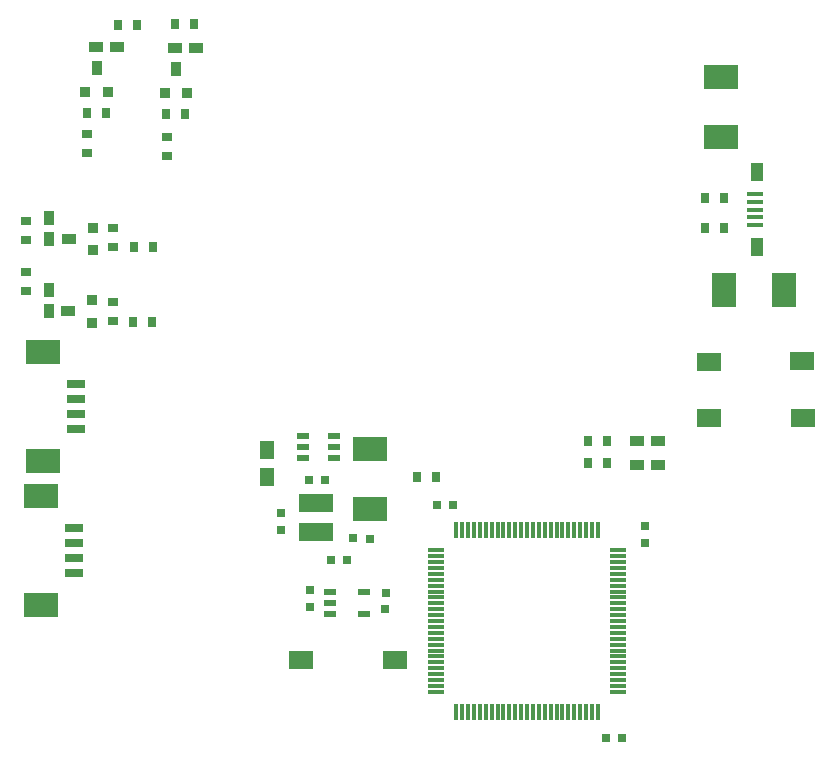
<source format=gtp>
G04*
G04 #@! TF.GenerationSoftware,Altium Limited,Altium Designer,20.0.13 (296)*
G04*
G04 Layer_Color=8421504*
%FSLAX44Y44*%
%MOMM*%
G71*
G01*
G75*
%ADD35R,0.8000X0.9650*%
%ADD36R,1.2700X0.9144*%
%ADD37R,0.9144X0.9144*%
%ADD38R,0.9650X0.8000*%
%ADD39R,0.7620X0.7620*%
%ADD40R,1.4750X0.3000*%
%ADD41R,0.3000X1.4750*%
%ADD42R,1.4000X0.4000*%
%ADD43R,1.0000X1.5000*%
%ADD44R,2.0000X3.0000*%
%ADD45R,2.0000X1.5000*%
%ADD46R,1.2700X0.8890*%
%ADD47R,0.7620X0.7620*%
%ADD48R,1.0500X0.6000*%
%ADD49R,3.0000X1.5000*%
%ADD50R,3.0000X2.0000*%
%ADD51R,1.2700X1.5240*%
%ADD52R,0.9144X1.2700*%
%ADD53R,0.9144X0.9144*%
%ADD54R,0.8890X1.2700*%
%ADD55R,1.6000X0.8000*%
%ADD56R,3.0000X2.0000*%
D35*
X84330Y404368D02*
D03*
X100330D02*
D03*
X584200Y483870D02*
D03*
X568200D02*
D03*
X469520Y303960D02*
D03*
X485520D02*
D03*
X469520Y285050D02*
D03*
X485520D02*
D03*
X135888Y656590D02*
D03*
X119888D02*
D03*
X71260Y655800D02*
D03*
X87260D02*
D03*
X112010Y580800D02*
D03*
X128010D02*
D03*
X44958Y581660D02*
D03*
X60958D02*
D03*
X325010Y273050D02*
D03*
X341010D02*
D03*
X101090Y467868D02*
D03*
X85090D02*
D03*
X568200Y509270D02*
D03*
X584200D02*
D03*
D36*
X29210Y413258D02*
D03*
X30301Y474878D02*
D03*
D37*
X49530Y422656D02*
D03*
Y403606D02*
D03*
X50621Y465226D02*
D03*
Y484276D02*
D03*
D38*
X-6740Y430550D02*
D03*
Y446550D02*
D03*
X113010Y560800D02*
D03*
Y544800D02*
D03*
X44958Y563370D02*
D03*
X44958Y547370D02*
D03*
X-6350Y473458D02*
D03*
Y489458D02*
D03*
X67310Y483868D02*
D03*
Y467868D02*
D03*
Y420878D02*
D03*
Y404878D02*
D03*
D39*
X246980Y270546D02*
D03*
X233010Y270800D02*
D03*
X341510Y249550D02*
D03*
X355480Y249296D02*
D03*
X498480Y51796D02*
D03*
X484510Y52050D02*
D03*
X284480Y220980D02*
D03*
X270510Y221234D02*
D03*
X265430Y202946D02*
D03*
X251460Y203200D02*
D03*
D40*
X495210Y181130D02*
D03*
Y171130D02*
D03*
Y176130D02*
D03*
X495210Y186130D02*
D03*
X495210Y211130D02*
D03*
Y206130D02*
D03*
Y201130D02*
D03*
Y196130D02*
D03*
Y191130D02*
D03*
Y166130D02*
D03*
Y161130D02*
D03*
X495210Y156130D02*
D03*
Y151130D02*
D03*
Y146130D02*
D03*
X495210Y141130D02*
D03*
Y136130D02*
D03*
Y131130D02*
D03*
Y126130D02*
D03*
Y121130D02*
D03*
X495210Y116130D02*
D03*
X495210Y111130D02*
D03*
Y106130D02*
D03*
Y101130D02*
D03*
Y96130D02*
D03*
Y91130D02*
D03*
X340450D02*
D03*
Y96130D02*
D03*
Y101130D02*
D03*
Y106130D02*
D03*
Y111130D02*
D03*
X340450Y116130D02*
D03*
X340450Y121130D02*
D03*
Y126130D02*
D03*
Y131130D02*
D03*
Y136130D02*
D03*
Y141130D02*
D03*
X340450Y146130D02*
D03*
Y151130D02*
D03*
Y156130D02*
D03*
X340450Y161130D02*
D03*
Y166130D02*
D03*
Y171130D02*
D03*
Y176130D02*
D03*
Y181130D02*
D03*
X340450Y186130D02*
D03*
X340450Y191130D02*
D03*
Y196130D02*
D03*
Y201130D02*
D03*
Y206130D02*
D03*
Y211130D02*
D03*
D41*
X357830Y228510D02*
D03*
X362830D02*
D03*
X367830D02*
D03*
X372830D02*
D03*
X377830D02*
D03*
X382830Y228510D02*
D03*
X387830Y228510D02*
D03*
X392830D02*
D03*
X397830D02*
D03*
X402830D02*
D03*
X407830D02*
D03*
X412830Y228510D02*
D03*
X417830D02*
D03*
X422830D02*
D03*
X427830Y228510D02*
D03*
X432830D02*
D03*
X437830D02*
D03*
X442830D02*
D03*
X447830D02*
D03*
X452830Y228510D02*
D03*
X457830Y228510D02*
D03*
X462830D02*
D03*
X467830D02*
D03*
X472830D02*
D03*
X477830D02*
D03*
Y73750D02*
D03*
X472830D02*
D03*
X467830D02*
D03*
X462830D02*
D03*
X457830D02*
D03*
X452830Y73750D02*
D03*
X447830Y73750D02*
D03*
X442830D02*
D03*
X437830D02*
D03*
X432830D02*
D03*
X427830D02*
D03*
X422830Y73750D02*
D03*
X417830D02*
D03*
X412830D02*
D03*
X407830Y73750D02*
D03*
X402830D02*
D03*
X397830D02*
D03*
X392830D02*
D03*
X387830D02*
D03*
X382830Y73750D02*
D03*
X377830Y73750D02*
D03*
X372830D02*
D03*
X367830D02*
D03*
X362830D02*
D03*
X357830D02*
D03*
D42*
X610814Y505897D02*
D03*
Y499420D02*
D03*
X610814Y492943D02*
D03*
X610814Y486466D02*
D03*
Y512374D02*
D03*
D43*
X612484Y531420D02*
D03*
Y467420D02*
D03*
D44*
X635000Y431800D02*
D03*
X584200D02*
D03*
D45*
X571491Y370812D02*
D03*
X650819Y371012D02*
D03*
X651128Y323120D02*
D03*
X571800Y322920D02*
D03*
X226742Y117910D02*
D03*
X306070Y118110D02*
D03*
D46*
X511250Y283613D02*
D03*
X529030Y283613D02*
D03*
X511250Y303960D02*
D03*
X529030Y303960D02*
D03*
X119887Y636205D02*
D03*
X137667Y636205D02*
D03*
X52578Y637540D02*
D03*
X70358Y637540D02*
D03*
D47*
X517764Y231520D02*
D03*
X517510Y217550D02*
D03*
X297756Y161330D02*
D03*
X298010Y175300D02*
D03*
X233760Y163300D02*
D03*
X234014Y177270D02*
D03*
X209550Y242570D02*
D03*
X209296Y228600D02*
D03*
D48*
X279578Y176049D02*
D03*
Y157049D02*
D03*
X251078D02*
D03*
Y166549D02*
D03*
Y176049D02*
D03*
X228050Y288950D02*
D03*
X228050Y298450D02*
D03*
X228050Y307950D02*
D03*
X254550D02*
D03*
X254550Y298450D02*
D03*
X254550Y288950D02*
D03*
D49*
X238761Y250759D02*
D03*
Y226759D02*
D03*
D50*
X284480Y297180D02*
D03*
Y246380D02*
D03*
X581660Y561340D02*
D03*
Y612140D02*
D03*
D51*
X198010Y295800D02*
D03*
X198010Y272940D02*
D03*
D52*
X120650Y618490D02*
D03*
X53340Y619760D02*
D03*
D53*
X130048Y598170D02*
D03*
X110998D02*
D03*
X62738Y599440D02*
D03*
X43688D02*
D03*
D54*
X12700Y491998D02*
D03*
X12700Y474218D02*
D03*
X12765Y431037D02*
D03*
X12765Y413257D02*
D03*
D55*
X34456Y229708D02*
D03*
Y217208D02*
D03*
X34456Y204708D02*
D03*
X34456Y192208D02*
D03*
X35726Y351628D02*
D03*
X35726Y339128D02*
D03*
Y326628D02*
D03*
Y314128D02*
D03*
D56*
X6350Y257140D02*
D03*
Y164500D02*
D03*
X7620Y379060D02*
D03*
Y286420D02*
D03*
M02*

</source>
